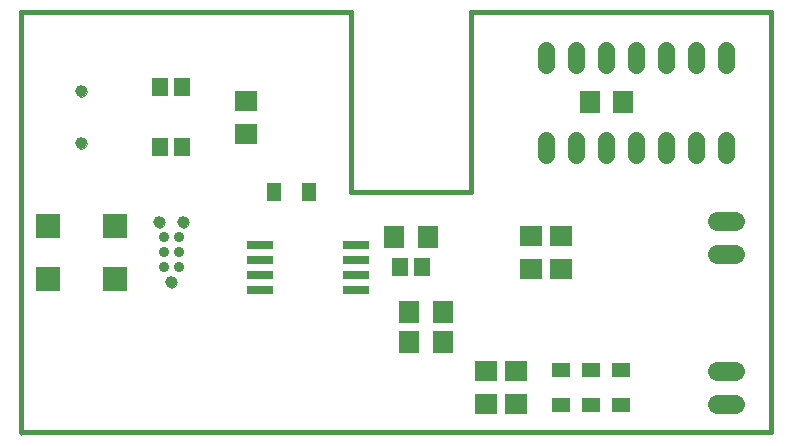
<source format=gbs>
G75*
%MOIN*%
%OFA0B0*%
%FSLAX24Y24*%
%IPPOS*%
%LPD*%
%AMOC8*
5,1,8,0,0,1.08239X$1,22.5*
%
%ADD10C,0.0000*%
%ADD11C,0.0160*%
%ADD12R,0.0670X0.0750*%
%ADD13R,0.0552X0.0631*%
%ADD14R,0.0749X0.0670*%
%ADD15C,0.0350*%
%ADD16C,0.0390*%
%ADD17R,0.0591X0.0512*%
%ADD18R,0.0790X0.0790*%
%ADD19R,0.0512X0.0591*%
%ADD20C,0.0394*%
%ADD21R,0.0910X0.0280*%
%ADD22C,0.0640*%
%ADD23C,0.0560*%
%ADD24R,0.0670X0.0749*%
D10*
X003100Y003862D02*
X003100Y003962D01*
X003100Y017962D01*
X004923Y015329D02*
X004925Y015355D01*
X004931Y015381D01*
X004941Y015406D01*
X004954Y015429D01*
X004970Y015449D01*
X004990Y015467D01*
X005012Y015482D01*
X005035Y015494D01*
X005061Y015502D01*
X005087Y015506D01*
X005113Y015506D01*
X005139Y015502D01*
X005165Y015494D01*
X005189Y015482D01*
X005210Y015467D01*
X005230Y015449D01*
X005246Y015429D01*
X005259Y015406D01*
X005269Y015381D01*
X005275Y015355D01*
X005277Y015329D01*
X005275Y015303D01*
X005269Y015277D01*
X005259Y015252D01*
X005246Y015229D01*
X005230Y015209D01*
X005210Y015191D01*
X005188Y015176D01*
X005165Y015164D01*
X005139Y015156D01*
X005113Y015152D01*
X005087Y015152D01*
X005061Y015156D01*
X005035Y015164D01*
X005011Y015176D01*
X004990Y015191D01*
X004970Y015209D01*
X004954Y015229D01*
X004941Y015252D01*
X004931Y015277D01*
X004925Y015303D01*
X004923Y015329D01*
X004923Y013596D02*
X004925Y013622D01*
X004931Y013648D01*
X004941Y013673D01*
X004954Y013696D01*
X004970Y013716D01*
X004990Y013734D01*
X005012Y013749D01*
X005035Y013761D01*
X005061Y013769D01*
X005087Y013773D01*
X005113Y013773D01*
X005139Y013769D01*
X005165Y013761D01*
X005189Y013749D01*
X005210Y013734D01*
X005230Y013716D01*
X005246Y013696D01*
X005259Y013673D01*
X005269Y013648D01*
X005275Y013622D01*
X005277Y013596D01*
X005275Y013570D01*
X005269Y013544D01*
X005259Y013519D01*
X005246Y013496D01*
X005230Y013476D01*
X005210Y013458D01*
X005188Y013443D01*
X005165Y013431D01*
X005139Y013423D01*
X005113Y013419D01*
X005087Y013419D01*
X005061Y013423D01*
X005035Y013431D01*
X005011Y013443D01*
X004990Y013458D01*
X004970Y013476D01*
X004954Y013496D01*
X004941Y013519D01*
X004931Y013544D01*
X004925Y013570D01*
X004923Y013596D01*
X007525Y010962D02*
X007527Y010988D01*
X007533Y011014D01*
X007542Y011038D01*
X007555Y011061D01*
X007572Y011081D01*
X007591Y011099D01*
X007613Y011114D01*
X007636Y011125D01*
X007661Y011133D01*
X007687Y011137D01*
X007713Y011137D01*
X007739Y011133D01*
X007764Y011125D01*
X007788Y011114D01*
X007809Y011099D01*
X007828Y011081D01*
X007845Y011061D01*
X007858Y011038D01*
X007867Y011014D01*
X007873Y010988D01*
X007875Y010962D01*
X007873Y010936D01*
X007867Y010910D01*
X007858Y010886D01*
X007845Y010863D01*
X007828Y010843D01*
X007809Y010825D01*
X007787Y010810D01*
X007764Y010799D01*
X007739Y010791D01*
X007713Y010787D01*
X007687Y010787D01*
X007661Y010791D01*
X007636Y010799D01*
X007612Y010810D01*
X007591Y010825D01*
X007572Y010843D01*
X007555Y010863D01*
X007542Y010886D01*
X007533Y010910D01*
X007527Y010936D01*
X007525Y010962D01*
X008325Y010962D02*
X008327Y010988D01*
X008333Y011014D01*
X008342Y011038D01*
X008355Y011061D01*
X008372Y011081D01*
X008391Y011099D01*
X008413Y011114D01*
X008436Y011125D01*
X008461Y011133D01*
X008487Y011137D01*
X008513Y011137D01*
X008539Y011133D01*
X008564Y011125D01*
X008588Y011114D01*
X008609Y011099D01*
X008628Y011081D01*
X008645Y011061D01*
X008658Y011038D01*
X008667Y011014D01*
X008673Y010988D01*
X008675Y010962D01*
X008673Y010936D01*
X008667Y010910D01*
X008658Y010886D01*
X008645Y010863D01*
X008628Y010843D01*
X008609Y010825D01*
X008587Y010810D01*
X008564Y010799D01*
X008539Y010791D01*
X008513Y010787D01*
X008487Y010787D01*
X008461Y010791D01*
X008436Y010799D01*
X008412Y010810D01*
X008391Y010825D01*
X008372Y010843D01*
X008355Y010863D01*
X008342Y010886D01*
X008333Y010910D01*
X008327Y010936D01*
X008325Y010962D01*
X007925Y008962D02*
X007927Y008988D01*
X007933Y009014D01*
X007942Y009038D01*
X007955Y009061D01*
X007972Y009081D01*
X007991Y009099D01*
X008013Y009114D01*
X008036Y009125D01*
X008061Y009133D01*
X008087Y009137D01*
X008113Y009137D01*
X008139Y009133D01*
X008164Y009125D01*
X008188Y009114D01*
X008209Y009099D01*
X008228Y009081D01*
X008245Y009061D01*
X008258Y009038D01*
X008267Y009014D01*
X008273Y008988D01*
X008275Y008962D01*
X008273Y008936D01*
X008267Y008910D01*
X008258Y008886D01*
X008245Y008863D01*
X008228Y008843D01*
X008209Y008825D01*
X008187Y008810D01*
X008164Y008799D01*
X008139Y008791D01*
X008113Y008787D01*
X008087Y008787D01*
X008061Y008791D01*
X008036Y008799D01*
X008012Y008810D01*
X007991Y008825D01*
X007972Y008843D01*
X007955Y008863D01*
X007942Y008886D01*
X007933Y008910D01*
X007927Y008936D01*
X007925Y008962D01*
D11*
X014100Y011962D02*
X018100Y011962D01*
X018100Y017962D01*
X028100Y017962D01*
X028100Y003962D01*
X003100Y003962D01*
X003100Y017962D01*
X014100Y017962D01*
X014100Y011962D01*
D12*
X015540Y010462D03*
X016660Y010462D03*
X017160Y007962D03*
X017160Y006962D03*
X016040Y006962D03*
X016040Y007962D03*
D13*
X015726Y009462D03*
X016474Y009462D03*
X008474Y013462D03*
X007726Y013462D03*
X007726Y015462D03*
X008474Y015462D03*
D14*
X010600Y015014D03*
X010600Y013911D03*
X020100Y010514D03*
X021100Y010514D03*
X021100Y009411D03*
X020100Y009411D03*
X019600Y006014D03*
X018600Y006014D03*
X018600Y004911D03*
X019600Y004911D03*
D15*
X008350Y009462D03*
X007850Y009462D03*
X007850Y009962D03*
X008350Y009962D03*
X008350Y010462D03*
X007850Y010462D03*
D16*
X007700Y010962D03*
X008500Y010962D03*
X008100Y008962D03*
D17*
X021100Y006053D03*
X022100Y006053D03*
X023100Y006053D03*
X023100Y004872D03*
X022100Y004872D03*
X021100Y004872D03*
D18*
X006225Y009087D03*
X003975Y009087D03*
X003975Y010837D03*
X006225Y010837D03*
D19*
X011509Y011962D03*
X012691Y011962D03*
D20*
X005100Y013596D03*
X005100Y015329D03*
D21*
X011070Y010212D03*
X011070Y009712D03*
X011070Y009212D03*
X011070Y008712D03*
X014255Y008712D03*
X014255Y009212D03*
X014255Y009712D03*
X014255Y010212D03*
D22*
X026300Y009912D02*
X026900Y009912D01*
X026900Y011012D02*
X026300Y011012D01*
X026300Y006012D02*
X026900Y006012D01*
X026900Y004912D02*
X026300Y004912D01*
D23*
X026600Y013202D02*
X026600Y013722D01*
X025600Y013722D02*
X025600Y013202D01*
X024600Y013202D02*
X024600Y013722D01*
X023600Y013722D02*
X023600Y013202D01*
X022600Y013202D02*
X022600Y013722D01*
X021600Y013722D02*
X021600Y013202D01*
X020600Y013202D02*
X020600Y013722D01*
X020600Y016202D02*
X020600Y016722D01*
X021600Y016722D02*
X021600Y016202D01*
X022600Y016202D02*
X022600Y016722D01*
X023600Y016722D02*
X023600Y016202D01*
X024600Y016202D02*
X024600Y016722D01*
X025600Y016722D02*
X025600Y016202D01*
X026600Y016202D02*
X026600Y016722D01*
D24*
X023151Y014962D03*
X022049Y014962D03*
M02*

</source>
